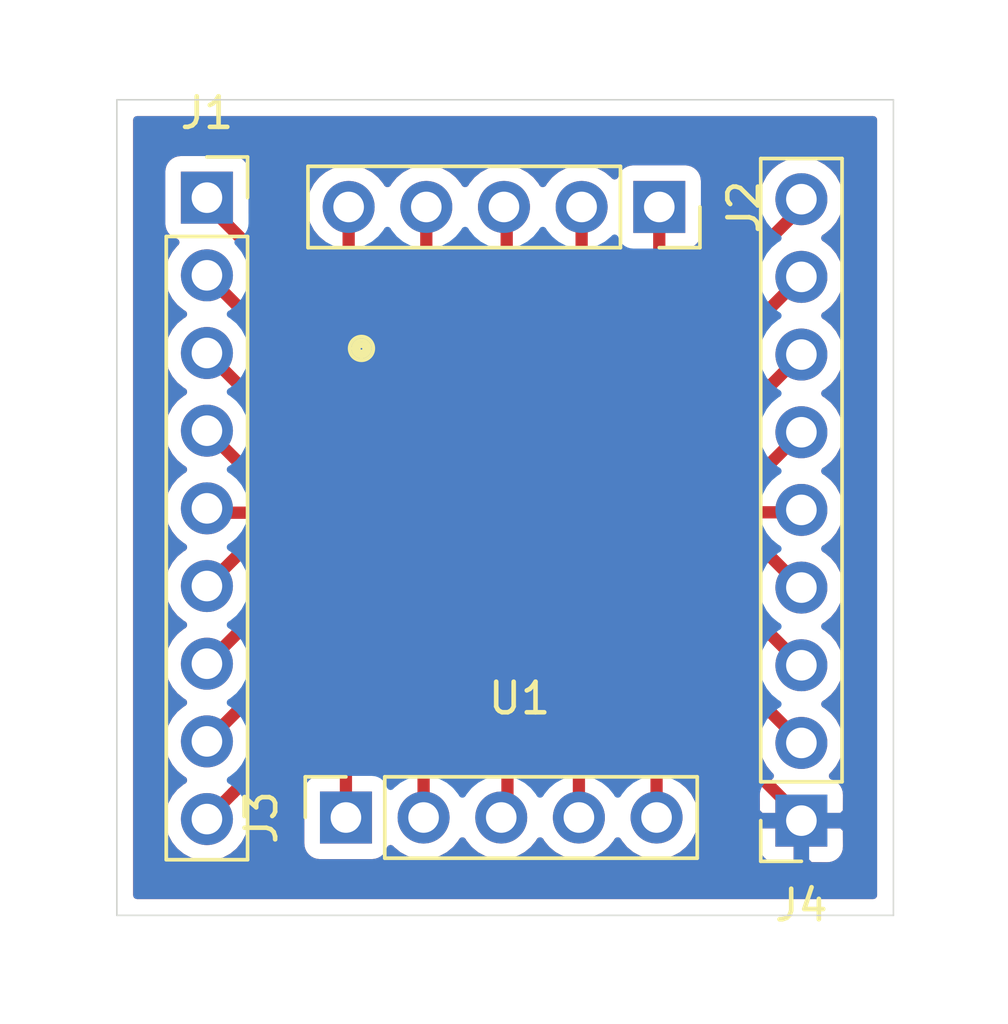
<source format=kicad_pcb>
(kicad_pcb (version 20171130) (host pcbnew "(5.1.2)-2")

  (general
    (thickness 1.6)
    (drawings 4)
    (tracks 68)
    (zones 0)
    (modules 5)
    (nets 29)
  )

  (page A4)
  (layers
    (0 F.Cu signal)
    (31 B.Cu signal)
    (32 B.Adhes user)
    (33 F.Adhes user)
    (34 B.Paste user)
    (35 F.Paste user)
    (36 B.SilkS user)
    (37 F.SilkS user)
    (38 B.Mask user)
    (39 F.Mask user)
    (40 Dwgs.User user)
    (41 Cmts.User user)
    (42 Eco1.User user)
    (43 Eco2.User user)
    (44 Edge.Cuts user)
    (45 Margin user)
    (46 B.CrtYd user)
    (47 F.CrtYd user)
    (48 B.Fab user)
    (49 F.Fab user)
  )

  (setup
    (last_trace_width 0.4)
    (user_trace_width 0.4)
    (trace_clearance 0.2)
    (zone_clearance 0.508)
    (zone_45_only no)
    (trace_min 0.2)
    (via_size 0.8)
    (via_drill 0.4)
    (via_min_size 0.4)
    (via_min_drill 0.3)
    (uvia_size 0.3)
    (uvia_drill 0.1)
    (uvias_allowed no)
    (uvia_min_size 0.2)
    (uvia_min_drill 0.1)
    (edge_width 0.05)
    (segment_width 0.2)
    (pcb_text_width 0.3)
    (pcb_text_size 1.5 1.5)
    (mod_edge_width 0.12)
    (mod_text_size 1 1)
    (mod_text_width 0.15)
    (pad_size 1.524 1.524)
    (pad_drill 0.762)
    (pad_to_mask_clearance 0.051)
    (solder_mask_min_width 0.25)
    (aux_axis_origin 0 0)
    (visible_elements FFFFFF7F)
    (pcbplotparams
      (layerselection 0x010fc_ffffffff)
      (usegerberextensions false)
      (usegerberattributes false)
      (usegerberadvancedattributes false)
      (creategerberjobfile false)
      (excludeedgelayer true)
      (linewidth 0.100000)
      (plotframeref false)
      (viasonmask false)
      (mode 1)
      (useauxorigin false)
      (hpglpennumber 1)
      (hpglpenspeed 20)
      (hpglpendiameter 15.000000)
      (psnegative false)
      (psa4output false)
      (plotreference true)
      (plotvalue true)
      (plotinvisibletext false)
      (padsonsilk false)
      (subtractmaskfromsilk false)
      (outputformat 1)
      (mirror false)
      (drillshape 1)
      (scaleselection 1)
      (outputdirectory ""))
  )

  (net 0 "")
  (net 1 "Net-(J1-Pad1)")
  (net 2 "Net-(J1-Pad2)")
  (net 3 "Net-(J1-Pad3)")
  (net 4 "Net-(J1-Pad4)")
  (net 5 "Net-(J1-Pad5)")
  (net 6 "Net-(J1-Pad6)")
  (net 7 "Net-(J1-Pad7)")
  (net 8 "Net-(J1-Pad8)")
  (net 9 "Net-(J1-Pad9)")
  (net 10 "Net-(J2-Pad1)")
  (net 11 "Net-(J2-Pad2)")
  (net 12 "Net-(J2-Pad3)")
  (net 13 "Net-(J2-Pad4)")
  (net 14 "Net-(J2-Pad5)")
  (net 15 "Net-(J3-Pad5)")
  (net 16 "Net-(J3-Pad4)")
  (net 17 "Net-(J3-Pad3)")
  (net 18 "Net-(J3-Pad2)")
  (net 19 "Net-(J3-Pad1)")
  (net 20 "Net-(J4-Pad9)")
  (net 21 "Net-(J4-Pad8)")
  (net 22 "Net-(J4-Pad7)")
  (net 23 "Net-(J4-Pad6)")
  (net 24 "Net-(J4-Pad5)")
  (net 25 "Net-(J4-Pad4)")
  (net 26 "Net-(J4-Pad3)")
  (net 27 "Net-(J4-Pad2)")
  (net 28 "Net-(J4-Pad1)")

  (net_class Default 这是默认网络类。
    (clearance 0.2)
    (trace_width 0.25)
    (via_dia 0.8)
    (via_drill 0.4)
    (uvia_dia 0.3)
    (uvia_drill 0.1)
    (add_net "Net-(J1-Pad1)")
    (add_net "Net-(J1-Pad2)")
    (add_net "Net-(J1-Pad3)")
    (add_net "Net-(J1-Pad4)")
    (add_net "Net-(J1-Pad5)")
    (add_net "Net-(J1-Pad6)")
    (add_net "Net-(J1-Pad7)")
    (add_net "Net-(J1-Pad8)")
    (add_net "Net-(J1-Pad9)")
    (add_net "Net-(J2-Pad1)")
    (add_net "Net-(J2-Pad2)")
    (add_net "Net-(J2-Pad3)")
    (add_net "Net-(J2-Pad4)")
    (add_net "Net-(J2-Pad5)")
    (add_net "Net-(J3-Pad1)")
    (add_net "Net-(J3-Pad2)")
    (add_net "Net-(J3-Pad3)")
    (add_net "Net-(J3-Pad4)")
    (add_net "Net-(J3-Pad5)")
    (add_net "Net-(J4-Pad1)")
    (add_net "Net-(J4-Pad2)")
    (add_net "Net-(J4-Pad3)")
    (add_net "Net-(J4-Pad4)")
    (add_net "Net-(J4-Pad5)")
    (add_net "Net-(J4-Pad6)")
    (add_net "Net-(J4-Pad7)")
    (add_net "Net-(J4-Pad8)")
    (add_net "Net-(J4-Pad9)")
  )

  (module Connector_PinSocket_2.54mm:PinSocket_1x09_P2.54mm_Vertical (layer F.Cu) (tedit 5A19A431) (tstamp 5D3AD38A)
    (at 160.4264 90.8304)
    (descr "Through hole straight socket strip, 1x09, 2.54mm pitch, single row (from Kicad 4.0.7), script generated")
    (tags "Through hole socket strip THT 1x09 2.54mm single row")
    (path /5D3AC9E9)
    (fp_text reference J1 (at 0 -2.77) (layer F.SilkS)
      (effects (font (size 1 1) (thickness 0.15)))
    )
    (fp_text value Conn_01x09_Male (at 0 23.09) (layer F.Fab)
      (effects (font (size 1 1) (thickness 0.15)))
    )
    (fp_line (start -1.27 -1.27) (end 0.635 -1.27) (layer F.Fab) (width 0.1))
    (fp_line (start 0.635 -1.27) (end 1.27 -0.635) (layer F.Fab) (width 0.1))
    (fp_line (start 1.27 -0.635) (end 1.27 21.59) (layer F.Fab) (width 0.1))
    (fp_line (start 1.27 21.59) (end -1.27 21.59) (layer F.Fab) (width 0.1))
    (fp_line (start -1.27 21.59) (end -1.27 -1.27) (layer F.Fab) (width 0.1))
    (fp_line (start -1.33 1.27) (end 1.33 1.27) (layer F.SilkS) (width 0.12))
    (fp_line (start -1.33 1.27) (end -1.33 21.65) (layer F.SilkS) (width 0.12))
    (fp_line (start -1.33 21.65) (end 1.33 21.65) (layer F.SilkS) (width 0.12))
    (fp_line (start 1.33 1.27) (end 1.33 21.65) (layer F.SilkS) (width 0.12))
    (fp_line (start 1.33 -1.33) (end 1.33 0) (layer F.SilkS) (width 0.12))
    (fp_line (start 0 -1.33) (end 1.33 -1.33) (layer F.SilkS) (width 0.12))
    (fp_line (start -1.8 -1.8) (end 1.75 -1.8) (layer F.CrtYd) (width 0.05))
    (fp_line (start 1.75 -1.8) (end 1.75 22.1) (layer F.CrtYd) (width 0.05))
    (fp_line (start 1.75 22.1) (end -1.8 22.1) (layer F.CrtYd) (width 0.05))
    (fp_line (start -1.8 22.1) (end -1.8 -1.8) (layer F.CrtYd) (width 0.05))
    (fp_text user %R (at 0 10.16 90) (layer F.Fab)
      (effects (font (size 1 1) (thickness 0.15)))
    )
    (pad 1 thru_hole rect (at 0 0) (size 1.7 1.7) (drill 1) (layers *.Cu *.Mask)
      (net 1 "Net-(J1-Pad1)"))
    (pad 2 thru_hole oval (at 0 2.54) (size 1.7 1.7) (drill 1) (layers *.Cu *.Mask)
      (net 2 "Net-(J1-Pad2)"))
    (pad 3 thru_hole oval (at 0 5.08) (size 1.7 1.7) (drill 1) (layers *.Cu *.Mask)
      (net 3 "Net-(J1-Pad3)"))
    (pad 4 thru_hole oval (at 0 7.62) (size 1.7 1.7) (drill 1) (layers *.Cu *.Mask)
      (net 4 "Net-(J1-Pad4)"))
    (pad 5 thru_hole oval (at 0 10.16) (size 1.7 1.7) (drill 1) (layers *.Cu *.Mask)
      (net 5 "Net-(J1-Pad5)"))
    (pad 6 thru_hole oval (at 0 12.7) (size 1.7 1.7) (drill 1) (layers *.Cu *.Mask)
      (net 6 "Net-(J1-Pad6)"))
    (pad 7 thru_hole oval (at 0 15.24) (size 1.7 1.7) (drill 1) (layers *.Cu *.Mask)
      (net 7 "Net-(J1-Pad7)"))
    (pad 8 thru_hole oval (at 0 17.78) (size 1.7 1.7) (drill 1) (layers *.Cu *.Mask)
      (net 8 "Net-(J1-Pad8)"))
    (pad 9 thru_hole oval (at 0 20.32) (size 1.7 1.7) (drill 1) (layers *.Cu *.Mask)
      (net 9 "Net-(J1-Pad9)"))
    (model ${KISYS3DMOD}/Connector_PinSocket_2.54mm.3dshapes/PinSocket_1x09_P2.54mm_Vertical.wrl
      (at (xyz 0 0 0))
      (scale (xyz 1 1 1))
      (rotate (xyz 0 0 0))
    )
  )

  (module Connector_PinSocket_2.54mm:PinSocket_1x05_P2.54mm_Vertical (layer F.Cu) (tedit 5A19A420) (tstamp 5D3AD3A3)
    (at 175.2219 91.1352 270)
    (descr "Through hole straight socket strip, 1x05, 2.54mm pitch, single row (from Kicad 4.0.7), script generated")
    (tags "Through hole socket strip THT 1x05 2.54mm single row")
    (path /5D3B1116)
    (fp_text reference J2 (at 0 -2.77 90) (layer F.SilkS)
      (effects (font (size 1 1) (thickness 0.15)))
    )
    (fp_text value Conn_01x05_Male (at 0 12.93 90) (layer F.Fab)
      (effects (font (size 1 1) (thickness 0.15)))
    )
    (fp_line (start -1.27 -1.27) (end 0.635 -1.27) (layer F.Fab) (width 0.1))
    (fp_line (start 0.635 -1.27) (end 1.27 -0.635) (layer F.Fab) (width 0.1))
    (fp_line (start 1.27 -0.635) (end 1.27 11.43) (layer F.Fab) (width 0.1))
    (fp_line (start 1.27 11.43) (end -1.27 11.43) (layer F.Fab) (width 0.1))
    (fp_line (start -1.27 11.43) (end -1.27 -1.27) (layer F.Fab) (width 0.1))
    (fp_line (start -1.33 1.27) (end 1.33 1.27) (layer F.SilkS) (width 0.12))
    (fp_line (start -1.33 1.27) (end -1.33 11.49) (layer F.SilkS) (width 0.12))
    (fp_line (start -1.33 11.49) (end 1.33 11.49) (layer F.SilkS) (width 0.12))
    (fp_line (start 1.33 1.27) (end 1.33 11.49) (layer F.SilkS) (width 0.12))
    (fp_line (start 1.33 -1.33) (end 1.33 0) (layer F.SilkS) (width 0.12))
    (fp_line (start 0 -1.33) (end 1.33 -1.33) (layer F.SilkS) (width 0.12))
    (fp_line (start -1.8 -1.8) (end 1.75 -1.8) (layer F.CrtYd) (width 0.05))
    (fp_line (start 1.75 -1.8) (end 1.75 11.9) (layer F.CrtYd) (width 0.05))
    (fp_line (start 1.75 11.9) (end -1.8 11.9) (layer F.CrtYd) (width 0.05))
    (fp_line (start -1.8 11.9) (end -1.8 -1.8) (layer F.CrtYd) (width 0.05))
    (fp_text user %R (at 0 5.08) (layer F.Fab)
      (effects (font (size 1 1) (thickness 0.15)))
    )
    (pad 1 thru_hole rect (at 0 0 270) (size 1.7 1.7) (drill 1) (layers *.Cu *.Mask)
      (net 10 "Net-(J2-Pad1)"))
    (pad 2 thru_hole oval (at 0 2.54 270) (size 1.7 1.7) (drill 1) (layers *.Cu *.Mask)
      (net 11 "Net-(J2-Pad2)"))
    (pad 3 thru_hole oval (at 0 5.08 270) (size 1.7 1.7) (drill 1) (layers *.Cu *.Mask)
      (net 12 "Net-(J2-Pad3)"))
    (pad 4 thru_hole oval (at 0 7.62 270) (size 1.7 1.7) (drill 1) (layers *.Cu *.Mask)
      (net 13 "Net-(J2-Pad4)"))
    (pad 5 thru_hole oval (at 0 10.16 270) (size 1.7 1.7) (drill 1) (layers *.Cu *.Mask)
      (net 14 "Net-(J2-Pad5)"))
    (model ${KISYS3DMOD}/Connector_PinSocket_2.54mm.3dshapes/PinSocket_1x05_P2.54mm_Vertical.wrl
      (at (xyz 0 0 0))
      (scale (xyz 1 1 1))
      (rotate (xyz 0 0 0))
    )
  )

  (module Connector_PinSocket_2.54mm:PinSocket_1x05_P2.54mm_Vertical (layer F.Cu) (tedit 5A19A420) (tstamp 5D3AD717)
    (at 164.973 111.0996 90)
    (descr "Through hole straight socket strip, 1x05, 2.54mm pitch, single row (from Kicad 4.0.7), script generated")
    (tags "Through hole socket strip THT 1x05 2.54mm single row")
    (path /5D3B393E)
    (fp_text reference J3 (at 0 -2.77 90) (layer F.SilkS)
      (effects (font (size 1 1) (thickness 0.15)))
    )
    (fp_text value Conn_01x05_Male (at 0 12.93 90) (layer F.Fab)
      (effects (font (size 1 1) (thickness 0.15)))
    )
    (fp_text user %R (at 0 5.08) (layer F.Fab)
      (effects (font (size 1 1) (thickness 0.15)))
    )
    (fp_line (start -1.8 11.9) (end -1.8 -1.8) (layer F.CrtYd) (width 0.05))
    (fp_line (start 1.75 11.9) (end -1.8 11.9) (layer F.CrtYd) (width 0.05))
    (fp_line (start 1.75 -1.8) (end 1.75 11.9) (layer F.CrtYd) (width 0.05))
    (fp_line (start -1.8 -1.8) (end 1.75 -1.8) (layer F.CrtYd) (width 0.05))
    (fp_line (start 0 -1.33) (end 1.33 -1.33) (layer F.SilkS) (width 0.12))
    (fp_line (start 1.33 -1.33) (end 1.33 0) (layer F.SilkS) (width 0.12))
    (fp_line (start 1.33 1.27) (end 1.33 11.49) (layer F.SilkS) (width 0.12))
    (fp_line (start -1.33 11.49) (end 1.33 11.49) (layer F.SilkS) (width 0.12))
    (fp_line (start -1.33 1.27) (end -1.33 11.49) (layer F.SilkS) (width 0.12))
    (fp_line (start -1.33 1.27) (end 1.33 1.27) (layer F.SilkS) (width 0.12))
    (fp_line (start -1.27 11.43) (end -1.27 -1.27) (layer F.Fab) (width 0.1))
    (fp_line (start 1.27 11.43) (end -1.27 11.43) (layer F.Fab) (width 0.1))
    (fp_line (start 1.27 -0.635) (end 1.27 11.43) (layer F.Fab) (width 0.1))
    (fp_line (start 0.635 -1.27) (end 1.27 -0.635) (layer F.Fab) (width 0.1))
    (fp_line (start -1.27 -1.27) (end 0.635 -1.27) (layer F.Fab) (width 0.1))
    (pad 5 thru_hole oval (at 0 10.16 90) (size 1.7 1.7) (drill 1) (layers *.Cu *.Mask)
      (net 15 "Net-(J3-Pad5)"))
    (pad 4 thru_hole oval (at 0 7.62 90) (size 1.7 1.7) (drill 1) (layers *.Cu *.Mask)
      (net 16 "Net-(J3-Pad4)"))
    (pad 3 thru_hole oval (at 0 5.08 90) (size 1.7 1.7) (drill 1) (layers *.Cu *.Mask)
      (net 17 "Net-(J3-Pad3)"))
    (pad 2 thru_hole oval (at 0 2.54 90) (size 1.7 1.7) (drill 1) (layers *.Cu *.Mask)
      (net 18 "Net-(J3-Pad2)"))
    (pad 1 thru_hole rect (at 0 0 90) (size 1.7 1.7) (drill 1) (layers *.Cu *.Mask)
      (net 19 "Net-(J3-Pad1)"))
    (model ${KISYS3DMOD}/Connector_PinSocket_2.54mm.3dshapes/PinSocket_1x05_P2.54mm_Vertical.wrl
      (at (xyz 0 0 0))
      (scale (xyz 1 1 1))
      (rotate (xyz 0 0 0))
    )
  )

  (module Connector_PinSocket_2.54mm:PinSocket_1x09_P2.54mm_Vertical (layer F.Cu) (tedit 5A19A431) (tstamp 5D3AD94E)
    (at 179.8701 111.2012 180)
    (descr "Through hole straight socket strip, 1x09, 2.54mm pitch, single row (from Kicad 4.0.7), script generated")
    (tags "Through hole socket strip THT 1x09 2.54mm single row")
    (path /5D3ACBC1)
    (fp_text reference J4 (at 0 -2.77) (layer F.SilkS)
      (effects (font (size 1 1) (thickness 0.15)))
    )
    (fp_text value Conn_01x09_Male (at 0 23.09) (layer F.Fab)
      (effects (font (size 1 1) (thickness 0.15)))
    )
    (fp_text user %R (at 0 10.16 90) (layer F.Fab)
      (effects (font (size 1 1) (thickness 0.15)))
    )
    (fp_line (start -1.8 22.1) (end -1.8 -1.8) (layer F.CrtYd) (width 0.05))
    (fp_line (start 1.75 22.1) (end -1.8 22.1) (layer F.CrtYd) (width 0.05))
    (fp_line (start 1.75 -1.8) (end 1.75 22.1) (layer F.CrtYd) (width 0.05))
    (fp_line (start -1.8 -1.8) (end 1.75 -1.8) (layer F.CrtYd) (width 0.05))
    (fp_line (start 0 -1.33) (end 1.33 -1.33) (layer F.SilkS) (width 0.12))
    (fp_line (start 1.33 -1.33) (end 1.33 0) (layer F.SilkS) (width 0.12))
    (fp_line (start 1.33 1.27) (end 1.33 21.65) (layer F.SilkS) (width 0.12))
    (fp_line (start -1.33 21.65) (end 1.33 21.65) (layer F.SilkS) (width 0.12))
    (fp_line (start -1.33 1.27) (end -1.33 21.65) (layer F.SilkS) (width 0.12))
    (fp_line (start -1.33 1.27) (end 1.33 1.27) (layer F.SilkS) (width 0.12))
    (fp_line (start -1.27 21.59) (end -1.27 -1.27) (layer F.Fab) (width 0.1))
    (fp_line (start 1.27 21.59) (end -1.27 21.59) (layer F.Fab) (width 0.1))
    (fp_line (start 1.27 -0.635) (end 1.27 21.59) (layer F.Fab) (width 0.1))
    (fp_line (start 0.635 -1.27) (end 1.27 -0.635) (layer F.Fab) (width 0.1))
    (fp_line (start -1.27 -1.27) (end 0.635 -1.27) (layer F.Fab) (width 0.1))
    (pad 9 thru_hole oval (at 0 20.32 180) (size 1.7 1.7) (drill 1) (layers *.Cu *.Mask)
      (net 20 "Net-(J4-Pad9)"))
    (pad 8 thru_hole oval (at 0 17.78 180) (size 1.7 1.7) (drill 1) (layers *.Cu *.Mask)
      (net 21 "Net-(J4-Pad8)"))
    (pad 7 thru_hole oval (at 0 15.24 180) (size 1.7 1.7) (drill 1) (layers *.Cu *.Mask)
      (net 22 "Net-(J4-Pad7)"))
    (pad 6 thru_hole oval (at 0 12.7 180) (size 1.7 1.7) (drill 1) (layers *.Cu *.Mask)
      (net 23 "Net-(J4-Pad6)"))
    (pad 5 thru_hole oval (at 0 10.16 180) (size 1.7 1.7) (drill 1) (layers *.Cu *.Mask)
      (net 24 "Net-(J4-Pad5)"))
    (pad 4 thru_hole oval (at 0 7.62 180) (size 1.7 1.7) (drill 1) (layers *.Cu *.Mask)
      (net 25 "Net-(J4-Pad4)"))
    (pad 3 thru_hole oval (at 0 5.08 180) (size 1.7 1.7) (drill 1) (layers *.Cu *.Mask)
      (net 26 "Net-(J4-Pad3)"))
    (pad 2 thru_hole oval (at 0 2.54 180) (size 1.7 1.7) (drill 1) (layers *.Cu *.Mask)
      (net 27 "Net-(J4-Pad2)"))
    (pad 1 thru_hole rect (at 0 0 180) (size 1.7 1.7) (drill 1) (layers *.Cu *.Mask)
      (net 28 "Net-(J4-Pad1)"))
    (model ${KISYS3DMOD}/Connector_PinSocket_2.54mm.3dshapes/PinSocket_1x09_P2.54mm_Vertical.wrl
      (at (xyz 0 0 0))
      (scale (xyz 1 1 1))
      (rotate (xyz 0 0 0))
    )
  )

  (module Package_SO:Altera_MAX10 (layer F.Cu) (tedit 5D3A5FE7) (tstamp 5D3AD402)
    (at 171.043891 104.307691)
    (path /5D3ABCF2)
    (fp_text reference U1 (at -0.3937 2.8956) (layer F.SilkS)
      (effects (font (size 1 1) (thickness 0.15)))
    )
    (fp_text value Altera_MAX10 (at -0.127 5.08) (layer F.Fab)
      (effects (font (size 1 1) (thickness 0.15)))
    )
    (fp_line (start -4.826 -7.874) (end -4.826 1.524) (layer F.Fab) (width 0.12))
    (fp_line (start -4.826 1.524) (end 3.175 1.524) (layer F.Fab) (width 0.12))
    (fp_line (start 3.175 1.524) (end 3.175 -7.874) (layer F.Fab) (width 0.12))
    (fp_line (start 3.175 -7.874) (end -4.826 -7.874) (layer F.Fab) (width 0.12))
    (fp_circle (center -5.5626 -8.5344) (end -5.5372 -8.4836) (layer F.SilkS) (width 0.12))
    (fp_circle (center -5.5626 -8.5344) (end -5.4483 -8.4074) (layer F.SilkS) (width 0.12))
    (fp_circle (center -5.5626 -8.5344) (end -5.5499 -8.5598) (layer F.SilkS) (width 0.12))
    (fp_circle (center -5.5626 -8.5471) (end -5.3848 -8.3439) (layer F.SilkS) (width 0.12))
    (fp_circle (center -5.5626 -8.5471) (end -5.2705 -8.2931) (layer F.SilkS) (width 0.12))
    (pad 9 smd rect (at -4.3053 0.8636) (size 1.15 0.7) (layers F.Cu F.Paste F.Mask)
      (net 9 "Net-(J1-Pad9)"))
    (pad 8 smd rect (at -4.3053 -0.1524) (size 1.15 0.7) (layers F.Cu F.Paste F.Mask)
      (net 8 "Net-(J1-Pad8)"))
    (pad 7 smd rect (at -4.3053 -1.1684) (size 1.15 0.7) (layers F.Cu F.Paste F.Mask)
      (net 7 "Net-(J1-Pad7)"))
    (pad 6 smd rect (at -4.318 -2.1717) (size 1.15 0.7) (layers F.Cu F.Paste F.Mask)
      (net 6 "Net-(J1-Pad6)"))
    (pad 5 smd rect (at -4.318 -3.175) (size 1.15 0.7) (layers F.Cu F.Paste F.Mask)
      (net 5 "Net-(J1-Pad5)"))
    (pad 4 smd rect (at -4.318 -4.191) (size 1.15 0.7) (layers F.Cu F.Paste F.Mask)
      (net 4 "Net-(J1-Pad4)"))
    (pad 3 smd rect (at -4.3053 -5.1943) (size 1.15 0.7) (layers F.Cu F.Paste F.Mask)
      (net 3 "Net-(J1-Pad3)"))
    (pad 2 smd rect (at -4.3053 -6.1849) (size 1.15 0.7) (layers F.Cu F.Paste F.Mask)
      (net 2 "Net-(J1-Pad2)"))
    (pad 1 smd rect (at -4.318 -7.1882) (size 1.15 0.7) (layers F.Cu F.Paste F.Mask)
      (net 1 "Net-(J1-Pad1)"))
    (pad 23 smd rect (at 2.6416 -7.2009) (size 1.15 0.7) (layers F.Cu F.Paste F.Mask)
      (net 20 "Net-(J4-Pad9)"))
    (pad 16 smd rect (at 2.6543 -0.1651) (size 1.15 0.7) (layers F.Cu F.Paste F.Mask)
      (net 27 "Net-(J4-Pad2)"))
    (pad 21 smd rect (at 2.6543 -5.207) (size 1.15 0.7) (layers F.Cu F.Paste F.Mask)
      (net 22 "Net-(J4-Pad7)"))
    (pad 22 smd rect (at 2.6543 -6.1976) (size 1.15 0.7) (layers F.Cu F.Paste F.Mask)
      (net 21 "Net-(J4-Pad8)"))
    (pad 20 smd rect (at 2.6416 -4.2037) (size 1.15 0.7) (layers F.Cu F.Paste F.Mask)
      (net 23 "Net-(J4-Pad6)"))
    (pad 19 smd rect (at 2.6416 -3.1877) (size 1.15 0.7) (layers F.Cu F.Paste F.Mask)
      (net 24 "Net-(J4-Pad5)"))
    (pad 18 smd rect (at 2.6416 -2.1844) (size 1.15 0.7) (layers F.Cu F.Paste F.Mask)
      (net 25 "Net-(J4-Pad4)"))
    (pad 17 smd rect (at 2.6543 -1.1811) (size 1.15 0.7) (layers F.Cu F.Paste F.Mask)
      (net 26 "Net-(J4-Pad3)"))
    (pad 15 smd rect (at 2.6543 0.8509) (size 1.15 0.7) (layers F.Cu F.Paste F.Mask)
      (net 28 "Net-(J4-Pad1)"))
    (pad 28 smd rect (at -2.8194 -7.366 90) (size 1.15 0.7) (layers F.Cu F.Paste F.Mask)
      (net 14 "Net-(J2-Pad5)"))
    (pad 27 smd rect (at -1.8034 -7.366 90) (size 1.15 0.7) (layers F.Cu F.Paste F.Mask)
      (net 13 "Net-(J2-Pad4)"))
    (pad 26 smd rect (at -0.8128 -7.366 90) (size 1.15 0.7) (layers F.Cu F.Paste F.Mask)
      (net 12 "Net-(J2-Pad3)"))
    (pad 25 smd rect (at 0.1778 -7.366 90) (size 1.15 0.7) (layers F.Cu F.Paste F.Mask)
      (net 11 "Net-(J2-Pad2)"))
    (pad 24 smd rect (at 1.1938 -7.366 90) (size 1.15 0.7) (layers F.Cu F.Paste F.Mask)
      (net 10 "Net-(J2-Pad1)"))
    (pad 10 smd rect (at -2.794 1.0033 90) (size 1.15 0.7) (layers F.Cu F.Paste F.Mask)
      (net 19 "Net-(J3-Pad1)"))
    (pad 12 smd rect (at -0.7874 1.0033 90) (size 1.15 0.7) (layers F.Cu F.Paste F.Mask)
      (net 17 "Net-(J3-Pad3)"))
    (pad 11 smd rect (at -1.778 1.0033 90) (size 1.15 0.7) (layers F.Cu F.Paste F.Mask)
      (net 18 "Net-(J3-Pad2)"))
    (pad 14 smd rect (at 1.2192 1.0033 90) (size 1.15 0.7) (layers F.Cu F.Paste F.Mask)
      (net 15 "Net-(J3-Pad5)"))
    (pad 13 smd rect (at 0.2032 1.0033 90) (size 1.15 0.7) (layers F.Cu F.Paste F.Mask)
      (net 16 "Net-(J3-Pad4)"))
  )

  (gr_line (start 182.88 87.63) (end 157.48 87.63) (layer Edge.Cuts) (width 0.05) (tstamp 5D3ADA22))
  (gr_line (start 182.88 114.3) (end 182.88 87.63) (layer Edge.Cuts) (width 0.05))
  (gr_line (start 157.48 114.3) (end 182.88 114.3) (layer Edge.Cuts) (width 0.05))
  (gr_line (start 157.48 87.63) (end 157.48 114.3) (layer Edge.Cuts) (width 0.05))

  (segment (start 160.4264 91.045) (end 160.4264 90.8304) (width 0.4) (layer F.Cu) (net 1))
  (segment (start 166.500891 97.119491) (end 160.4264 91.045) (width 0.4) (layer F.Cu) (net 1))
  (segment (start 166.725891 97.119491) (end 166.500891 97.119491) (width 0.4) (layer F.Cu) (net 1))
  (segment (start 165.178791 98.122791) (end 160.4264 93.3704) (width 0.4) (layer F.Cu) (net 2))
  (segment (start 166.738591 98.122791) (end 165.178791 98.122791) (width 0.4) (layer F.Cu) (net 2))
  (segment (start 163.629391 99.113391) (end 160.4264 95.9104) (width 0.4) (layer F.Cu) (net 3))
  (segment (start 166.738591 99.113391) (end 163.629391 99.113391) (width 0.4) (layer F.Cu) (net 3))
  (segment (start 162.092691 100.116691) (end 160.4264 98.4504) (width 0.4) (layer F.Cu) (net 4))
  (segment (start 166.725891 100.116691) (end 162.092691 100.116691) (width 0.4) (layer F.Cu) (net 4))
  (segment (start 160.568691 101.132691) (end 160.4264 100.9904) (width 0.4) (layer F.Cu) (net 5))
  (segment (start 166.725891 101.132691) (end 160.568691 101.132691) (width 0.4) (layer F.Cu) (net 5))
  (segment (start 161.820809 102.135991) (end 160.4264 103.5304) (width 0.4) (layer F.Cu) (net 6))
  (segment (start 166.725891 102.135991) (end 161.820809 102.135991) (width 0.4) (layer F.Cu) (net 6))
  (segment (start 163.357509 103.139291) (end 160.4264 106.0704) (width 0.4) (layer F.Cu) (net 7))
  (segment (start 166.738591 103.139291) (end 163.357509 103.139291) (width 0.4) (layer F.Cu) (net 7))
  (segment (start 164.881509 104.155291) (end 160.4264 108.6104) (width 0.4) (layer F.Cu) (net 8))
  (segment (start 166.738591 104.155291) (end 164.881509 104.155291) (width 0.4) (layer F.Cu) (net 8))
  (segment (start 161.276399 110.300401) (end 160.4264 111.1504) (width 0.4) (layer F.Cu) (net 9))
  (segment (start 166.405509 105.171291) (end 161.276399 110.300401) (width 0.4) (layer F.Cu) (net 9))
  (segment (start 166.738591 105.171291) (end 166.405509 105.171291) (width 0.4) (layer F.Cu) (net 9))
  (segment (start 175.2219 93.732482) (end 175.2219 91.1352) (width 0.4) (layer F.Cu) (net 10))
  (segment (start 172.237691 96.941691) (end 172.237691 96.716691) (width 0.4) (layer F.Cu) (net 10))
  (segment (start 172.237691 96.716691) (end 175.2219 93.732482) (width 0.4) (layer F.Cu) (net 10))
  (segment (start 172.6819 94.506482) (end 172.6819 91.1352) (width 0.4) (layer F.Cu) (net 11))
  (segment (start 171.221691 96.941691) (end 171.221691 95.966691) (width 0.4) (layer F.Cu) (net 11))
  (segment (start 171.221691 95.966691) (end 172.6819 94.506482) (width 0.4) (layer F.Cu) (net 11))
  (segment (start 170.231091 91.224391) (end 170.1419 91.1352) (width 0.4) (layer F.Cu) (net 12))
  (segment (start 170.231091 96.941691) (end 170.231091 91.224391) (width 0.4) (layer F.Cu) (net 12))
  (segment (start 167.6019 94.3281) (end 167.6019 91.1352) (width 0.4) (layer F.Cu) (net 13))
  (segment (start 169.240491 96.941691) (end 169.240491 95.966691) (width 0.4) (layer F.Cu) (net 13))
  (segment (start 169.240491 95.966691) (end 167.6019 94.3281) (width 0.4) (layer F.Cu) (net 13))
  (segment (start 165.0619 93.5541) (end 165.0619 91.1352) (width 0.4) (layer F.Cu) (net 14))
  (segment (start 168.224491 96.941691) (end 168.224491 96.716691) (width 0.4) (layer F.Cu) (net 14))
  (segment (start 168.224491 96.716691) (end 165.0619 93.5541) (width 0.4) (layer F.Cu) (net 14))
  (segment (start 175.133 108.4059) (end 175.133 111.0996) (width 0.4) (layer F.Cu) (net 15))
  (segment (start 172.263091 105.310991) (end 172.263091 105.535991) (width 0.4) (layer F.Cu) (net 15))
  (segment (start 172.263091 105.535991) (end 175.133 108.4059) (width 0.4) (layer F.Cu) (net 15))
  (segment (start 172.593 107.6319) (end 172.593 111.0996) (width 0.4) (layer F.Cu) (net 16))
  (segment (start 171.247091 105.310991) (end 171.247091 106.285991) (width 0.4) (layer F.Cu) (net 16))
  (segment (start 171.247091 106.285991) (end 172.593 107.6319) (width 0.4) (layer F.Cu) (net 16))
  (segment (start 170.256491 110.896109) (end 170.053 111.0996) (width 0.4) (layer F.Cu) (net 17))
  (segment (start 170.256491 105.310991) (end 170.256491 110.896109) (width 0.4) (layer F.Cu) (net 17))
  (segment (start 167.513 108.038882) (end 167.513 111.0996) (width 0.4) (layer F.Cu) (net 18))
  (segment (start 169.265891 105.310991) (end 169.265891 106.285991) (width 0.4) (layer F.Cu) (net 18))
  (segment (start 169.265891 106.285991) (end 167.513 108.038882) (width 0.4) (layer F.Cu) (net 18))
  (segment (start 164.973 108.812882) (end 164.973 111.0996) (width 0.4) (layer F.Cu) (net 19))
  (segment (start 168.249891 105.310991) (end 168.249891 105.535991) (width 0.4) (layer F.Cu) (net 19))
  (segment (start 168.249891 105.535991) (end 164.973 108.812882) (width 0.4) (layer F.Cu) (net 19))
  (segment (start 179.8701 91.147182) (end 179.8701 90.8812) (width 0.4) (layer F.Cu) (net 20))
  (segment (start 173.910491 97.106791) (end 179.8701 91.147182) (width 0.4) (layer F.Cu) (net 20))
  (segment (start 173.685491 97.106791) (end 173.910491 97.106791) (width 0.4) (layer F.Cu) (net 20))
  (segment (start 175.181209 98.110091) (end 179.8701 93.4212) (width 0.4) (layer F.Cu) (net 21))
  (segment (start 173.698191 98.110091) (end 175.181209 98.110091) (width 0.4) (layer F.Cu) (net 21))
  (segment (start 176.730609 99.100691) (end 179.8701 95.9612) (width 0.4) (layer F.Cu) (net 22))
  (segment (start 173.698191 99.100691) (end 176.730609 99.100691) (width 0.4) (layer F.Cu) (net 22))
  (segment (start 178.267309 100.103991) (end 179.8701 98.5012) (width 0.4) (layer F.Cu) (net 23))
  (segment (start 173.685491 100.103991) (end 178.267309 100.103991) (width 0.4) (layer F.Cu) (net 23))
  (segment (start 179.791309 101.119991) (end 179.8701 101.0412) (width 0.4) (layer F.Cu) (net 24))
  (segment (start 173.685491 101.119991) (end 179.791309 101.119991) (width 0.4) (layer F.Cu) (net 24))
  (segment (start 178.412191 102.123291) (end 179.8701 103.5812) (width 0.4) (layer F.Cu) (net 25))
  (segment (start 173.685491 102.123291) (end 178.412191 102.123291) (width 0.4) (layer F.Cu) (net 25))
  (segment (start 176.875491 103.126591) (end 179.8701 106.1212) (width 0.4) (layer F.Cu) (net 26))
  (segment (start 173.698191 103.126591) (end 176.875491 103.126591) (width 0.4) (layer F.Cu) (net 26))
  (segment (start 175.351491 104.142591) (end 179.8701 108.6612) (width 0.4) (layer F.Cu) (net 27))
  (segment (start 173.698191 104.142591) (end 175.351491 104.142591) (width 0.4) (layer F.Cu) (net 27))
  (segment (start 179.8701 111.1055) (end 179.8701 111.2012) (width 0.4) (layer F.Cu) (net 28))
  (segment (start 173.923191 105.158591) (end 179.8701 111.1055) (width 0.4) (layer F.Cu) (net 28))
  (segment (start 173.698191 105.158591) (end 173.923191 105.158591) (width 0.4) (layer F.Cu) (net 28))

  (zone (net 28) (net_name "Net-(J4-Pad1)") (layer F.Cu) (tstamp 0) (hatch edge 0.508)
    (connect_pads (clearance 0.508))
    (min_thickness 0.254)
    (fill yes (arc_segments 32) (thermal_gap 0.508) (thermal_bridge_width 0.508))
    (polygon
      (pts
        (xy 157.48 87.63) (xy 157.48 114.3) (xy 182.88 114.3) (xy 182.88 87.63)
      )
    )
    (filled_polygon
      (pts
        (xy 182.22 113.64) (xy 158.14 113.64) (xy 158.14 93.3704) (xy 158.934215 93.3704) (xy 158.962887 93.661511)
        (xy 159.047801 93.941434) (xy 159.185694 94.199414) (xy 159.371266 94.425534) (xy 159.597386 94.611106) (xy 159.652191 94.6404)
        (xy 159.597386 94.669694) (xy 159.371266 94.855266) (xy 159.185694 95.081386) (xy 159.047801 95.339366) (xy 158.962887 95.619289)
        (xy 158.934215 95.9104) (xy 158.962887 96.201511) (xy 159.047801 96.481434) (xy 159.185694 96.739414) (xy 159.371266 96.965534)
        (xy 159.597386 97.151106) (xy 159.652191 97.1804) (xy 159.597386 97.209694) (xy 159.371266 97.395266) (xy 159.185694 97.621386)
        (xy 159.047801 97.879366) (xy 158.962887 98.159289) (xy 158.934215 98.4504) (xy 158.962887 98.741511) (xy 159.047801 99.021434)
        (xy 159.185694 99.279414) (xy 159.371266 99.505534) (xy 159.597386 99.691106) (xy 159.652191 99.7204) (xy 159.597386 99.749694)
        (xy 159.371266 99.935266) (xy 159.185694 100.161386) (xy 159.047801 100.419366) (xy 158.962887 100.699289) (xy 158.934215 100.9904)
        (xy 158.962887 101.281511) (xy 159.047801 101.561434) (xy 159.185694 101.819414) (xy 159.371266 102.045534) (xy 159.597386 102.231106)
        (xy 159.652191 102.2604) (xy 159.597386 102.289694) (xy 159.371266 102.475266) (xy 159.185694 102.701386) (xy 159.047801 102.959366)
        (xy 158.962887 103.239289) (xy 158.934215 103.5304) (xy 158.962887 103.821511) (xy 159.047801 104.101434) (xy 159.185694 104.359414)
        (xy 159.371266 104.585534) (xy 159.597386 104.771106) (xy 159.652191 104.8004) (xy 159.597386 104.829694) (xy 159.371266 105.015266)
        (xy 159.185694 105.241386) (xy 159.047801 105.499366) (xy 158.962887 105.779289) (xy 158.934215 106.0704) (xy 158.962887 106.361511)
        (xy 159.047801 106.641434) (xy 159.185694 106.899414) (xy 159.371266 107.125534) (xy 159.597386 107.311106) (xy 159.652191 107.3404)
        (xy 159.597386 107.369694) (xy 159.371266 107.555266) (xy 159.185694 107.781386) (xy 159.047801 108.039366) (xy 158.962887 108.319289)
        (xy 158.934215 108.6104) (xy 158.962887 108.901511) (xy 159.047801 109.181434) (xy 159.185694 109.439414) (xy 159.371266 109.665534)
        (xy 159.597386 109.851106) (xy 159.652191 109.8804) (xy 159.597386 109.909694) (xy 159.371266 110.095266) (xy 159.185694 110.321386)
        (xy 159.047801 110.579366) (xy 158.962887 110.859289) (xy 158.934215 111.1504) (xy 158.962887 111.441511) (xy 159.047801 111.721434)
        (xy 159.185694 111.979414) (xy 159.371266 112.205534) (xy 159.597386 112.391106) (xy 159.855366 112.528999) (xy 160.135289 112.613913)
        (xy 160.35345 112.6354) (xy 160.49935 112.6354) (xy 160.717511 112.613913) (xy 160.997434 112.528999) (xy 161.255414 112.391106)
        (xy 161.481534 112.205534) (xy 161.667106 111.979414) (xy 161.804999 111.721434) (xy 161.889913 111.441511) (xy 161.918585 111.1504)
        (xy 161.890672 110.866996) (xy 161.895837 110.861831) (xy 161.895841 110.861826) (xy 164.1682 108.589468) (xy 164.150082 108.649194)
        (xy 164.13396 108.812882) (xy 164.138 108.853901) (xy 164.138 109.611528) (xy 164.123 109.611528) (xy 163.998518 109.623788)
        (xy 163.87882 109.660098) (xy 163.768506 109.719063) (xy 163.671815 109.798415) (xy 163.592463 109.895106) (xy 163.533498 110.00542)
        (xy 163.497188 110.125118) (xy 163.484928 110.2496) (xy 163.484928 111.9496) (xy 163.497188 112.074082) (xy 163.533498 112.19378)
        (xy 163.592463 112.304094) (xy 163.671815 112.400785) (xy 163.768506 112.480137) (xy 163.87882 112.539102) (xy 163.998518 112.575412)
        (xy 164.123 112.587672) (xy 165.823 112.587672) (xy 165.947482 112.575412) (xy 166.06718 112.539102) (xy 166.177494 112.480137)
        (xy 166.274185 112.400785) (xy 166.353537 112.304094) (xy 166.412502 112.19378) (xy 166.433393 112.124913) (xy 166.457866 112.154734)
        (xy 166.683986 112.340306) (xy 166.941966 112.478199) (xy 167.221889 112.563113) (xy 167.44005 112.5846) (xy 167.58595 112.5846)
        (xy 167.804111 112.563113) (xy 168.084034 112.478199) (xy 168.342014 112.340306) (xy 168.568134 112.154734) (xy 168.753706 111.928614)
        (xy 168.783 111.873809) (xy 168.812294 111.928614) (xy 168.997866 112.154734) (xy 169.223986 112.340306) (xy 169.481966 112.478199)
        (xy 169.761889 112.563113) (xy 169.98005 112.5846) (xy 170.12595 112.5846) (xy 170.344111 112.563113) (xy 170.624034 112.478199)
        (xy 170.882014 112.340306) (xy 171.108134 112.154734) (xy 171.293706 111.928614) (xy 171.323 111.873809) (xy 171.352294 111.928614)
        (xy 171.537866 112.154734) (xy 171.763986 112.340306) (xy 172.021966 112.478199) (xy 172.301889 112.563113) (xy 172.52005 112.5846)
        (xy 172.66595 112.5846) (xy 172.884111 112.563113) (xy 173.164034 112.478199) (xy 173.422014 112.340306) (xy 173.648134 112.154734)
        (xy 173.833706 111.928614) (xy 173.863 111.873809) (xy 173.892294 111.928614) (xy 174.077866 112.154734) (xy 174.303986 112.340306)
        (xy 174.561966 112.478199) (xy 174.841889 112.563113) (xy 175.06005 112.5846) (xy 175.20595 112.5846) (xy 175.424111 112.563113)
        (xy 175.704034 112.478199) (xy 175.962014 112.340306) (xy 176.188134 112.154734) (xy 176.273102 112.0512) (xy 178.382028 112.0512)
        (xy 178.394288 112.175682) (xy 178.430598 112.29538) (xy 178.489563 112.405694) (xy 178.568915 112.502385) (xy 178.665606 112.581737)
        (xy 178.77592 112.640702) (xy 178.895618 112.677012) (xy 179.0201 112.689272) (xy 179.58435 112.6862) (xy 179.7431 112.52745)
        (xy 179.7431 111.3282) (xy 179.9971 111.3282) (xy 179.9971 112.52745) (xy 180.15585 112.6862) (xy 180.7201 112.689272)
        (xy 180.844582 112.677012) (xy 180.96428 112.640702) (xy 181.074594 112.581737) (xy 181.171285 112.502385) (xy 181.250637 112.405694)
        (xy 181.309602 112.29538) (xy 181.345912 112.175682) (xy 181.358172 112.0512) (xy 181.3551 111.48695) (xy 181.19635 111.3282)
        (xy 179.9971 111.3282) (xy 179.7431 111.3282) (xy 178.54385 111.3282) (xy 178.3851 111.48695) (xy 178.382028 112.0512)
        (xy 176.273102 112.0512) (xy 176.373706 111.928614) (xy 176.511599 111.670634) (xy 176.596513 111.390711) (xy 176.625185 111.0996)
        (xy 176.596513 110.808489) (xy 176.511599 110.528566) (xy 176.373706 110.270586) (xy 176.188134 110.044466) (xy 175.968 109.863807)
        (xy 175.968 108.446915) (xy 175.97204 108.405899) (xy 175.966213 108.346736) (xy 175.955918 108.242211) (xy 175.908172 108.084813)
        (xy 175.830636 107.939754) (xy 175.726291 107.812609) (xy 175.694428 107.78646) (xy 174.052284 106.144317) (xy 174.273191 106.146663)
        (xy 174.397673 106.134403) (xy 174.517371 106.098093) (xy 174.627685 106.039128) (xy 174.724376 105.959776) (xy 174.803728 105.863085)
        (xy 174.862693 105.752771) (xy 174.899003 105.633073) (xy 174.911263 105.508591) (xy 174.908191 105.444341) (xy 174.749441 105.285591)
        (xy 173.825191 105.285591) (xy 173.825191 105.305591) (xy 173.571191 105.305591) (xy 173.571191 105.285591) (xy 173.551191 105.285591)
        (xy 173.551191 105.130663) (xy 174.273191 105.130663) (xy 174.397673 105.118403) (xy 174.517371 105.082093) (xy 174.611852 105.031591)
        (xy 174.749441 105.031591) (xy 174.803441 104.977591) (xy 175.005624 104.977591) (xy 178.405828 108.377796) (xy 178.377915 108.6612)
        (xy 178.406587 108.952311) (xy 178.491501 109.232234) (xy 178.629394 109.490214) (xy 178.814966 109.716334) (xy 178.844787 109.740807)
        (xy 178.77592 109.761698) (xy 178.665606 109.820663) (xy 178.568915 109.900015) (xy 178.489563 109.996706) (xy 178.430598 110.10702)
        (xy 178.394288 110.226718) (xy 178.382028 110.3512) (xy 178.3851 110.91545) (xy 178.54385 111.0742) (xy 179.7431 111.0742)
        (xy 179.7431 111.0542) (xy 179.9971 111.0542) (xy 179.9971 111.0742) (xy 181.19635 111.0742) (xy 181.3551 110.91545)
        (xy 181.358172 110.3512) (xy 181.345912 110.226718) (xy 181.309602 110.10702) (xy 181.250637 109.996706) (xy 181.171285 109.900015)
        (xy 181.074594 109.820663) (xy 180.96428 109.761698) (xy 180.895413 109.740807) (xy 180.925234 109.716334) (xy 181.110806 109.490214)
        (xy 181.248699 109.232234) (xy 181.333613 108.952311) (xy 181.362285 108.6612) (xy 181.333613 108.370089) (xy 181.248699 108.090166)
        (xy 181.110806 107.832186) (xy 180.925234 107.606066) (xy 180.699114 107.420494) (xy 180.644309 107.3912) (xy 180.699114 107.361906)
        (xy 180.925234 107.176334) (xy 181.110806 106.950214) (xy 181.248699 106.692234) (xy 181.333613 106.412311) (xy 181.362285 106.1212)
        (xy 181.333613 105.830089) (xy 181.248699 105.550166) (xy 181.110806 105.292186) (xy 180.925234 105.066066) (xy 180.699114 104.880494)
        (xy 180.644309 104.8512) (xy 180.699114 104.821906) (xy 180.925234 104.636334) (xy 181.110806 104.410214) (xy 181.248699 104.152234)
        (xy 181.333613 103.872311) (xy 181.362285 103.5812) (xy 181.333613 103.290089) (xy 181.248699 103.010166) (xy 181.110806 102.752186)
        (xy 180.925234 102.526066) (xy 180.699114 102.340494) (xy 180.644309 102.3112) (xy 180.699114 102.281906) (xy 180.925234 102.096334)
        (xy 181.110806 101.870214) (xy 181.248699 101.612234) (xy 181.333613 101.332311) (xy 181.362285 101.0412) (xy 181.333613 100.750089)
        (xy 181.248699 100.470166) (xy 181.110806 100.212186) (xy 180.925234 99.986066) (xy 180.699114 99.800494) (xy 180.644309 99.7712)
        (xy 180.699114 99.741906) (xy 180.925234 99.556334) (xy 181.110806 99.330214) (xy 181.248699 99.072234) (xy 181.333613 98.792311)
        (xy 181.362285 98.5012) (xy 181.333613 98.210089) (xy 181.248699 97.930166) (xy 181.110806 97.672186) (xy 180.925234 97.446066)
        (xy 180.699114 97.260494) (xy 180.644309 97.2312) (xy 180.699114 97.201906) (xy 180.925234 97.016334) (xy 181.110806 96.790214)
        (xy 181.248699 96.532234) (xy 181.333613 96.252311) (xy 181.362285 95.9612) (xy 181.333613 95.670089) (xy 181.248699 95.390166)
        (xy 181.110806 95.132186) (xy 180.925234 94.906066) (xy 180.699114 94.720494) (xy 180.644309 94.6912) (xy 180.699114 94.661906)
        (xy 180.925234 94.476334) (xy 181.110806 94.250214) (xy 181.248699 93.992234) (xy 181.333613 93.712311) (xy 181.362285 93.4212)
        (xy 181.333613 93.130089) (xy 181.248699 92.850166) (xy 181.110806 92.592186) (xy 180.925234 92.366066) (xy 180.699114 92.180494)
        (xy 180.644309 92.1512) (xy 180.699114 92.121906) (xy 180.925234 91.936334) (xy 181.110806 91.710214) (xy 181.248699 91.452234)
        (xy 181.333613 91.172311) (xy 181.362285 90.8812) (xy 181.333613 90.590089) (xy 181.248699 90.310166) (xy 181.110806 90.052186)
        (xy 180.925234 89.826066) (xy 180.699114 89.640494) (xy 180.441134 89.502601) (xy 180.161211 89.417687) (xy 179.94305 89.3962)
        (xy 179.79715 89.3962) (xy 179.578989 89.417687) (xy 179.299066 89.502601) (xy 179.041086 89.640494) (xy 178.814966 89.826066)
        (xy 178.629394 90.052186) (xy 178.491501 90.310166) (xy 178.406587 90.590089) (xy 178.377915 90.8812) (xy 178.406587 91.172311)
        (xy 178.466522 91.369891) (xy 176.056243 93.780171) (xy 176.06094 93.732482) (xy 176.0569 93.691464) (xy 176.0569 92.623272)
        (xy 176.0719 92.623272) (xy 176.196382 92.611012) (xy 176.31608 92.574702) (xy 176.426394 92.515737) (xy 176.523085 92.436385)
        (xy 176.602437 92.339694) (xy 176.661402 92.22938) (xy 176.697712 92.109682) (xy 176.709972 91.9852) (xy 176.709972 90.2852)
        (xy 176.697712 90.160718) (xy 176.661402 90.04102) (xy 176.602437 89.930706) (xy 176.523085 89.834015) (xy 176.426394 89.754663)
        (xy 176.31608 89.695698) (xy 176.196382 89.659388) (xy 176.0719 89.647128) (xy 174.3719 89.647128) (xy 174.247418 89.659388)
        (xy 174.12772 89.695698) (xy 174.017406 89.754663) (xy 173.920715 89.834015) (xy 173.841363 89.930706) (xy 173.782398 90.04102)
        (xy 173.761507 90.109887) (xy 173.737034 90.080066) (xy 173.510914 89.894494) (xy 173.252934 89.756601) (xy 172.973011 89.671687)
        (xy 172.75485 89.6502) (xy 172.60895 89.6502) (xy 172.390789 89.671687) (xy 172.110866 89.756601) (xy 171.852886 89.894494)
        (xy 171.626766 90.080066) (xy 171.441194 90.306186) (xy 171.4119 90.360991) (xy 171.382606 90.306186) (xy 171.197034 90.080066)
        (xy 170.970914 89.894494) (xy 170.712934 89.756601) (xy 170.433011 89.671687) (xy 170.21485 89.6502) (xy 170.06895 89.6502)
        (xy 169.850789 89.671687) (xy 169.570866 89.756601) (xy 169.312886 89.894494) (xy 169.086766 90.080066) (xy 168.901194 90.306186)
        (xy 168.8719 90.360991) (xy 168.842606 90.306186) (xy 168.657034 90.080066) (xy 168.430914 89.894494) (xy 168.172934 89.756601)
        (xy 167.893011 89.671687) (xy 167.67485 89.6502) (xy 167.52895 89.6502) (xy 167.310789 89.671687) (xy 167.030866 89.756601)
        (xy 166.772886 89.894494) (xy 166.546766 90.080066) (xy 166.361194 90.306186) (xy 166.3319 90.360991) (xy 166.302606 90.306186)
        (xy 166.117034 90.080066) (xy 165.890914 89.894494) (xy 165.632934 89.756601) (xy 165.353011 89.671687) (xy 165.13485 89.6502)
        (xy 164.98895 89.6502) (xy 164.770789 89.671687) (xy 164.490866 89.756601) (xy 164.232886 89.894494) (xy 164.006766 90.080066)
        (xy 163.821194 90.306186) (xy 163.683301 90.564166) (xy 163.598387 90.844089) (xy 163.569715 91.1352) (xy 163.598387 91.426311)
        (xy 163.683301 91.706234) (xy 163.821194 91.964214) (xy 164.006766 92.190334) (xy 164.2269 92.370994) (xy 164.2269 93.513081)
        (xy 164.22286 93.5541) (xy 164.2269 93.595118) (xy 164.234495 93.672227) (xy 161.914472 91.352205) (xy 161.914472 89.9804)
        (xy 161.902212 89.855918) (xy 161.865902 89.73622) (xy 161.806937 89.625906) (xy 161.727585 89.529215) (xy 161.630894 89.449863)
        (xy 161.52058 89.390898) (xy 161.400882 89.354588) (xy 161.2764 89.342328) (xy 159.5764 89.342328) (xy 159.451918 89.354588)
        (xy 159.33222 89.390898) (xy 159.221906 89.449863) (xy 159.125215 89.529215) (xy 159.045863 89.625906) (xy 158.986898 89.73622)
        (xy 158.950588 89.855918) (xy 158.938328 89.9804) (xy 158.938328 91.6804) (xy 158.950588 91.804882) (xy 158.986898 91.92458)
        (xy 159.045863 92.034894) (xy 159.125215 92.131585) (xy 159.221906 92.210937) (xy 159.33222 92.269902) (xy 159.401087 92.290793)
        (xy 159.371266 92.315266) (xy 159.185694 92.541386) (xy 159.047801 92.799366) (xy 158.962887 93.079289) (xy 158.934215 93.3704)
        (xy 158.14 93.3704) (xy 158.14 88.29) (xy 182.220001 88.29)
      )
    )
  )
  (zone (net 28) (net_name "Net-(J4-Pad1)") (layer B.Cu) (tstamp 0) (hatch edge 0.508)
    (connect_pads (clearance 0.508))
    (min_thickness 0.254)
    (fill yes (arc_segments 32) (thermal_gap 0.508) (thermal_bridge_width 0.508))
    (polygon
      (pts
        (xy 157.48 87.63) (xy 157.48 114.3) (xy 182.88 114.3) (xy 182.88 87.63)
      )
    )
    (filled_polygon
      (pts
        (xy 182.22 113.64) (xy 158.14 113.64) (xy 158.14 93.3704) (xy 158.934215 93.3704) (xy 158.962887 93.661511)
        (xy 159.047801 93.941434) (xy 159.185694 94.199414) (xy 159.371266 94.425534) (xy 159.597386 94.611106) (xy 159.652191 94.6404)
        (xy 159.597386 94.669694) (xy 159.371266 94.855266) (xy 159.185694 95.081386) (xy 159.047801 95.339366) (xy 158.962887 95.619289)
        (xy 158.934215 95.9104) (xy 158.962887 96.201511) (xy 159.047801 96.481434) (xy 159.185694 96.739414) (xy 159.371266 96.965534)
        (xy 159.597386 97.151106) (xy 159.652191 97.1804) (xy 159.597386 97.209694) (xy 159.371266 97.395266) (xy 159.185694 97.621386)
        (xy 159.047801 97.879366) (xy 158.962887 98.159289) (xy 158.934215 98.4504) (xy 158.962887 98.741511) (xy 159.047801 99.021434)
        (xy 159.185694 99.279414) (xy 159.371266 99.505534) (xy 159.597386 99.691106) (xy 159.652191 99.7204) (xy 159.597386 99.749694)
        (xy 159.371266 99.935266) (xy 159.185694 100.161386) (xy 159.047801 100.419366) (xy 158.962887 100.699289) (xy 158.934215 100.9904)
        (xy 158.962887 101.281511) (xy 159.047801 101.561434) (xy 159.185694 101.819414) (xy 159.371266 102.045534) (xy 159.597386 102.231106)
        (xy 159.652191 102.2604) (xy 159.597386 102.289694) (xy 159.371266 102.475266) (xy 159.185694 102.701386) (xy 159.047801 102.959366)
        (xy 158.962887 103.239289) (xy 158.934215 103.5304) (xy 158.962887 103.821511) (xy 159.047801 104.101434) (xy 159.185694 104.359414)
        (xy 159.371266 104.585534) (xy 159.597386 104.771106) (xy 159.652191 104.8004) (xy 159.597386 104.829694) (xy 159.371266 105.015266)
        (xy 159.185694 105.241386) (xy 159.047801 105.499366) (xy 158.962887 105.779289) (xy 158.934215 106.0704) (xy 158.962887 106.361511)
        (xy 159.047801 106.641434) (xy 159.185694 106.899414) (xy 159.371266 107.125534) (xy 159.597386 107.311106) (xy 159.652191 107.3404)
        (xy 159.597386 107.369694) (xy 159.371266 107.555266) (xy 159.185694 107.781386) (xy 159.047801 108.039366) (xy 158.962887 108.319289)
        (xy 158.934215 108.6104) (xy 158.962887 108.901511) (xy 159.047801 109.181434) (xy 159.185694 109.439414) (xy 159.371266 109.665534)
        (xy 159.597386 109.851106) (xy 159.652191 109.8804) (xy 159.597386 109.909694) (xy 159.371266 110.095266) (xy 159.185694 110.321386)
        (xy 159.047801 110.579366) (xy 158.962887 110.859289) (xy 158.934215 111.1504) (xy 158.962887 111.441511) (xy 159.047801 111.721434)
        (xy 159.185694 111.979414) (xy 159.371266 112.205534) (xy 159.597386 112.391106) (xy 159.855366 112.528999) (xy 160.135289 112.613913)
        (xy 160.35345 112.6354) (xy 160.49935 112.6354) (xy 160.717511 112.613913) (xy 160.997434 112.528999) (xy 161.255414 112.391106)
        (xy 161.481534 112.205534) (xy 161.667106 111.979414) (xy 161.804999 111.721434) (xy 161.889913 111.441511) (xy 161.918585 111.1504)
        (xy 161.889913 110.859289) (xy 161.804999 110.579366) (xy 161.667106 110.321386) (xy 161.608193 110.2496) (xy 163.484928 110.2496)
        (xy 163.484928 111.9496) (xy 163.497188 112.074082) (xy 163.533498 112.19378) (xy 163.592463 112.304094) (xy 163.671815 112.400785)
        (xy 163.768506 112.480137) (xy 163.87882 112.539102) (xy 163.998518 112.575412) (xy 164.123 112.587672) (xy 165.823 112.587672)
        (xy 165.947482 112.575412) (xy 166.06718 112.539102) (xy 166.177494 112.480137) (xy 166.274185 112.400785) (xy 166.353537 112.304094)
        (xy 166.412502 112.19378) (xy 166.433393 112.124913) (xy 166.457866 112.154734) (xy 166.683986 112.340306) (xy 166.941966 112.478199)
        (xy 167.221889 112.563113) (xy 167.44005 112.5846) (xy 167.58595 112.5846) (xy 167.804111 112.563113) (xy 168.084034 112.478199)
        (xy 168.342014 112.340306) (xy 168.568134 112.154734) (xy 168.753706 111.928614) (xy 168.783 111.873809) (xy 168.812294 111.928614)
        (xy 168.997866 112.154734) (xy 169.223986 112.340306) (xy 169.481966 112.478199) (xy 169.761889 112.563113) (xy 169.98005 112.5846)
        (xy 170.12595 112.5846) (xy 170.344111 112.563113) (xy 170.624034 112.478199) (xy 170.882014 112.340306) (xy 171.108134 112.154734)
        (xy 171.293706 111.928614) (xy 171.323 111.873809) (xy 171.352294 111.928614) (xy 171.537866 112.154734) (xy 171.763986 112.340306)
        (xy 172.021966 112.478199) (xy 172.301889 112.563113) (xy 172.52005 112.5846) (xy 172.66595 112.5846) (xy 172.884111 112.563113)
        (xy 173.164034 112.478199) (xy 173.422014 112.340306) (xy 173.648134 112.154734) (xy 173.833706 111.928614) (xy 173.863 111.873809)
        (xy 173.892294 111.928614) (xy 174.077866 112.154734) (xy 174.303986 112.340306) (xy 174.561966 112.478199) (xy 174.841889 112.563113)
        (xy 175.06005 112.5846) (xy 175.20595 112.5846) (xy 175.424111 112.563113) (xy 175.704034 112.478199) (xy 175.962014 112.340306)
        (xy 176.188134 112.154734) (xy 176.273102 112.0512) (xy 178.382028 112.0512) (xy 178.394288 112.175682) (xy 178.430598 112.29538)
        (xy 178.489563 112.405694) (xy 178.568915 112.502385) (xy 178.665606 112.581737) (xy 178.77592 112.640702) (xy 178.895618 112.677012)
        (xy 179.0201 112.689272) (xy 179.58435 112.6862) (xy 179.7431 112.52745) (xy 179.7431 111.3282) (xy 179.9971 111.3282)
        (xy 179.9971 112.52745) (xy 180.15585 112.6862) (xy 180.7201 112.689272) (xy 180.844582 112.677012) (xy 180.96428 112.640702)
        (xy 181.074594 112.581737) (xy 181.171285 112.502385) (xy 181.250637 112.405694) (xy 181.309602 112.29538) (xy 181.345912 112.175682)
        (xy 181.358172 112.0512) (xy 181.3551 111.48695) (xy 181.19635 111.3282) (xy 179.9971 111.3282) (xy 179.7431 111.3282)
        (xy 178.54385 111.3282) (xy 178.3851 111.48695) (xy 178.382028 112.0512) (xy 176.273102 112.0512) (xy 176.373706 111.928614)
        (xy 176.511599 111.670634) (xy 176.596513 111.390711) (xy 176.625185 111.0996) (xy 176.596513 110.808489) (xy 176.511599 110.528566)
        (xy 176.373706 110.270586) (xy 176.188134 110.044466) (xy 175.962014 109.858894) (xy 175.704034 109.721001) (xy 175.424111 109.636087)
        (xy 175.20595 109.6146) (xy 175.06005 109.6146) (xy 174.841889 109.636087) (xy 174.561966 109.721001) (xy 174.303986 109.858894)
        (xy 174.077866 110.044466) (xy 173.892294 110.270586) (xy 173.863 110.325391) (xy 173.833706 110.270586) (xy 173.648134 110.044466)
        (xy 173.422014 109.858894) (xy 173.164034 109.721001) (xy 172.884111 109.636087) (xy 172.66595 109.6146) (xy 172.52005 109.6146)
        (xy 172.301889 109.636087) (xy 172.021966 109.721001) (xy 171.763986 109.858894) (xy 171.537866 110.044466) (xy 171.352294 110.270586)
        (xy 171.323 110.325391) (xy 171.293706 110.270586) (xy 171.108134 110.044466) (xy 170.882014 109.858894) (xy 170.624034 109.721001)
        (xy 170.344111 109.636087) (xy 170.12595 109.6146) (xy 169.98005 109.6146) (xy 169.761889 109.636087) (xy 169.481966 109.721001)
        (xy 169.223986 109.858894) (xy 168.997866 110.044466) (xy 168.812294 110.270586) (xy 168.783 110.325391) (xy 168.753706 110.270586)
        (xy 168.568134 110.044466) (xy 168.342014 109.858894) (xy 168.084034 109.721001) (xy 167.804111 109.636087) (xy 167.58595 109.6146)
        (xy 167.44005 109.6146) (xy 167.221889 109.636087) (xy 166.941966 109.721001) (xy 166.683986 109.858894) (xy 166.457866 110.044466)
        (xy 166.433393 110.074287) (xy 166.412502 110.00542) (xy 166.353537 109.895106) (xy 166.274185 109.798415) (xy 166.177494 109.719063)
        (xy 166.06718 109.660098) (xy 165.947482 109.623788) (xy 165.823 109.611528) (xy 164.123 109.611528) (xy 163.998518 109.623788)
        (xy 163.87882 109.660098) (xy 163.768506 109.719063) (xy 163.671815 109.798415) (xy 163.592463 109.895106) (xy 163.533498 110.00542)
        (xy 163.497188 110.125118) (xy 163.484928 110.2496) (xy 161.608193 110.2496) (xy 161.481534 110.095266) (xy 161.255414 109.909694)
        (xy 161.200609 109.8804) (xy 161.255414 109.851106) (xy 161.481534 109.665534) (xy 161.667106 109.439414) (xy 161.804999 109.181434)
        (xy 161.889913 108.901511) (xy 161.918585 108.6104) (xy 161.889913 108.319289) (xy 161.804999 108.039366) (xy 161.667106 107.781386)
        (xy 161.481534 107.555266) (xy 161.255414 107.369694) (xy 161.200609 107.3404) (xy 161.255414 107.311106) (xy 161.481534 107.125534)
        (xy 161.667106 106.899414) (xy 161.804999 106.641434) (xy 161.889913 106.361511) (xy 161.918585 106.0704) (xy 161.889913 105.779289)
        (xy 161.804999 105.499366) (xy 161.667106 105.241386) (xy 161.481534 105.015266) (xy 161.255414 104.829694) (xy 161.200609 104.8004)
        (xy 161.255414 104.771106) (xy 161.481534 104.585534) (xy 161.667106 104.359414) (xy 161.804999 104.101434) (xy 161.889913 103.821511)
        (xy 161.918585 103.5304) (xy 161.889913 103.239289) (xy 161.804999 102.959366) (xy 161.667106 102.701386) (xy 161.481534 102.475266)
        (xy 161.255414 102.289694) (xy 161.200609 102.2604) (xy 161.255414 102.231106) (xy 161.481534 102.045534) (xy 161.667106 101.819414)
        (xy 161.804999 101.561434) (xy 161.889913 101.281511) (xy 161.918585 100.9904) (xy 161.889913 100.699289) (xy 161.804999 100.419366)
        (xy 161.667106 100.161386) (xy 161.481534 99.935266) (xy 161.255414 99.749694) (xy 161.200609 99.7204) (xy 161.255414 99.691106)
        (xy 161.481534 99.505534) (xy 161.667106 99.279414) (xy 161.804999 99.021434) (xy 161.889913 98.741511) (xy 161.918585 98.4504)
        (xy 161.889913 98.159289) (xy 161.804999 97.879366) (xy 161.667106 97.621386) (xy 161.481534 97.395266) (xy 161.255414 97.209694)
        (xy 161.200609 97.1804) (xy 161.255414 97.151106) (xy 161.481534 96.965534) (xy 161.667106 96.739414) (xy 161.804999 96.481434)
        (xy 161.889913 96.201511) (xy 161.918585 95.9104) (xy 161.889913 95.619289) (xy 161.804999 95.339366) (xy 161.667106 95.081386)
        (xy 161.481534 94.855266) (xy 161.255414 94.669694) (xy 161.200609 94.6404) (xy 161.255414 94.611106) (xy 161.481534 94.425534)
        (xy 161.667106 94.199414) (xy 161.804999 93.941434) (xy 161.889913 93.661511) (xy 161.918585 93.3704) (xy 161.889913 93.079289)
        (xy 161.804999 92.799366) (xy 161.667106 92.541386) (xy 161.481534 92.315266) (xy 161.451713 92.290793) (xy 161.52058 92.269902)
        (xy 161.630894 92.210937) (xy 161.727585 92.131585) (xy 161.806937 92.034894) (xy 161.865902 91.92458) (xy 161.902212 91.804882)
        (xy 161.914472 91.6804) (xy 161.914472 91.1352) (xy 163.569715 91.1352) (xy 163.598387 91.426311) (xy 163.683301 91.706234)
        (xy 163.821194 91.964214) (xy 164.006766 92.190334) (xy 164.232886 92.375906) (xy 164.490866 92.513799) (xy 164.770789 92.598713)
        (xy 164.98895 92.6202) (xy 165.13485 92.6202) (xy 165.353011 92.598713) (xy 165.632934 92.513799) (xy 165.890914 92.375906)
        (xy 166.117034 92.190334) (xy 166.302606 91.964214) (xy 166.3319 91.909409) (xy 166.361194 91.964214) (xy 166.546766 92.190334)
        (xy 166.772886 92.375906) (xy 167.030866 92.513799) (xy 167.310789 92.598713) (xy 167.52895 92.6202) (xy 167.67485 92.6202)
        (xy 167.893011 92.598713) (xy 168.172934 92.513799) (xy 168.430914 92.375906) (xy 168.657034 92.190334) (xy 168.842606 91.964214)
        (xy 168.8719 91.909409) (xy 168.901194 91.964214) (xy 169.086766 92.190334) (xy 169.312886 92.375906) (xy 169.570866 92.513799)
        (xy 169.850789 92.598713) (xy 170.06895 92.6202) (xy 170.21485 92.6202) (xy 170.433011 92.598713) (xy 170.712934 92.513799)
        (xy 170.970914 92.375906) (xy 171.197034 92.190334) (xy 171.382606 91.964214) (xy 171.4119 91.909409) (xy 171.441194 91.964214)
        (xy 171.626766 92.190334) (xy 171.852886 92.375906) (xy 172.110866 92.513799) (xy 172.390789 92.598713) (xy 172.60895 92.6202)
        (xy 172.75485 92.6202) (xy 172.973011 92.598713) (xy 173.252934 92.513799) (xy 173.510914 92.375906) (xy 173.737034 92.190334)
        (xy 173.761507 92.160513) (xy 173.782398 92.22938) (xy 173.841363 92.339694) (xy 173.920715 92.436385) (xy 174.017406 92.515737)
        (xy 174.12772 92.574702) (xy 174.247418 92.611012) (xy 174.3719 92.623272) (xy 176.0719 92.623272) (xy 176.196382 92.611012)
        (xy 176.31608 92.574702) (xy 176.426394 92.515737) (xy 176.523085 92.436385) (xy 176.602437 92.339694) (xy 176.661402 92.22938)
        (xy 176.697712 92.109682) (xy 176.709972 91.9852) (xy 176.709972 90.8812) (xy 178.377915 90.8812) (xy 178.406587 91.172311)
        (xy 178.491501 91.452234) (xy 178.629394 91.710214) (xy 178.814966 91.936334) (xy 179.041086 92.121906) (xy 179.095891 92.1512)
        (xy 179.041086 92.180494) (xy 178.814966 92.366066) (xy 178.629394 92.592186) (xy 178.491501 92.850166) (xy 178.406587 93.130089)
        (xy 178.377915 93.4212) (xy 178.406587 93.712311) (xy 178.491501 93.992234) (xy 178.629394 94.250214) (xy 178.814966 94.476334)
        (xy 179.041086 94.661906) (xy 179.095891 94.6912) (xy 179.041086 94.720494) (xy 178.814966 94.906066) (xy 178.629394 95.132186)
        (xy 178.491501 95.390166) (xy 178.406587 95.670089) (xy 178.377915 95.9612) (xy 178.406587 96.252311) (xy 178.491501 96.532234)
        (xy 178.629394 96.790214) (xy 178.814966 97.016334) (xy 179.041086 97.201906) (xy 179.095891 97.2312) (xy 179.041086 97.260494)
        (xy 178.814966 97.446066) (xy 178.629394 97.672186) (xy 178.491501 97.930166) (xy 178.406587 98.210089) (xy 178.377915 98.5012)
        (xy 178.406587 98.792311) (xy 178.491501 99.072234) (xy 178.629394 99.330214) (xy 178.814966 99.556334) (xy 179.041086 99.741906)
        (xy 179.095891 99.7712) (xy 179.041086 99.800494) (xy 178.814966 99.986066) (xy 178.629394 100.212186) (xy 178.491501 100.470166)
        (xy 178.406587 100.750089) (xy 178.377915 101.0412) (xy 178.406587 101.332311) (xy 178.491501 101.612234) (xy 178.629394 101.870214)
        (xy 178.814966 102.096334) (xy 179.041086 102.281906) (xy 179.095891 102.3112) (xy 179.041086 102.340494) (xy 178.814966 102.526066)
        (xy 178.629394 102.752186) (xy 178.491501 103.010166) (xy 178.406587 103.290089) (xy 178.377915 103.5812) (xy 178.406587 103.872311)
        (xy 178.491501 104.152234) (xy 178.629394 104.410214) (xy 178.814966 104.636334) (xy 179.041086 104.821906) (xy 179.095891 104.8512)
        (xy 179.041086 104.880494) (xy 178.814966 105.066066) (xy 178.629394 105.292186) (xy 178.491501 105.550166) (xy 178.406587 105.830089)
        (xy 178.377915 106.1212) (xy 178.406587 106.412311) (xy 178.491501 106.692234) (xy 178.629394 106.950214) (xy 178.814966 107.176334)
        (xy 179.041086 107.361906) (xy 179.095891 107.3912) (xy 179.041086 107.420494) (xy 178.814966 107.606066) (xy 178.629394 107.832186)
        (xy 178.491501 108.090166) (xy 178.406587 108.370089) (xy 178.377915 108.6612) (xy 178.406587 108.952311) (xy 178.491501 109.232234)
        (xy 178.629394 109.490214) (xy 178.814966 109.716334) (xy 178.844787 109.740807) (xy 178.77592 109.761698) (xy 178.665606 109.820663)
        (xy 178.568915 109.900015) (xy 178.489563 109.996706) (xy 178.430598 110.10702) (xy 178.394288 110.226718) (xy 178.382028 110.3512)
        (xy 178.3851 110.91545) (xy 178.54385 111.0742) (xy 179.7431 111.0742) (xy 179.7431 111.0542) (xy 179.9971 111.0542)
        (xy 179.9971 111.0742) (xy 181.19635 111.0742) (xy 181.3551 110.91545) (xy 181.358172 110.3512) (xy 181.345912 110.226718)
        (xy 181.309602 110.10702) (xy 181.250637 109.996706) (xy 181.171285 109.900015) (xy 181.074594 109.820663) (xy 180.96428 109.761698)
        (xy 180.895413 109.740807) (xy 180.925234 109.716334) (xy 181.110806 109.490214) (xy 181.248699 109.232234) (xy 181.333613 108.952311)
        (xy 181.362285 108.6612) (xy 181.333613 108.370089) (xy 181.248699 108.090166) (xy 181.110806 107.832186) (xy 180.925234 107.606066)
        (xy 180.699114 107.420494) (xy 180.644309 107.3912) (xy 180.699114 107.361906) (xy 180.925234 107.176334) (xy 181.110806 106.950214)
        (xy 181.248699 106.692234) (xy 181.333613 106.412311) (xy 181.362285 106.1212) (xy 181.333613 105.830089) (xy 181.248699 105.550166)
        (xy 181.110806 105.292186) (xy 180.925234 105.066066) (xy 180.699114 104.880494) (xy 180.644309 104.8512) (xy 180.699114 104.821906)
        (xy 180.925234 104.636334) (xy 181.110806 104.410214) (xy 181.248699 104.152234) (xy 181.333613 103.872311) (xy 181.362285 103.5812)
        (xy 181.333613 103.290089) (xy 181.248699 103.010166) (xy 181.110806 102.752186) (xy 180.925234 102.526066) (xy 180.699114 102.340494)
        (xy 180.644309 102.3112) (xy 180.699114 102.281906) (xy 180.925234 102.096334) (xy 181.110806 101.870214) (xy 181.248699 101.612234)
        (xy 181.333613 101.332311) (xy 181.362285 101.0412) (xy 181.333613 100.750089) (xy 181.248699 100.470166) (xy 181.110806 100.212186)
        (xy 180.925234 99.986066) (xy 180.699114 99.800494) (xy 180.644309 99.7712) (xy 180.699114 99.741906) (xy 180.925234 99.556334)
        (xy 181.110806 99.330214) (xy 181.248699 99.072234) (xy 181.333613 98.792311) (xy 181.362285 98.5012) (xy 181.333613 98.210089)
        (xy 181.248699 97.930166) (xy 181.110806 97.672186) (xy 180.925234 97.446066) (xy 180.699114 97.260494) (xy 180.644309 97.2312)
        (xy 180.699114 97.201906) (xy 180.925234 97.016334) (xy 181.110806 96.790214) (xy 181.248699 96.532234) (xy 181.333613 96.252311)
        (xy 181.362285 95.9612) (xy 181.333613 95.670089) (xy 181.248699 95.390166) (xy 181.110806 95.132186) (xy 180.925234 94.906066)
        (xy 180.699114 94.720494) (xy 180.644309 94.6912) (xy 180.699114 94.661906) (xy 180.925234 94.476334) (xy 181.110806 94.250214)
        (xy 181.248699 93.992234) (xy 181.333613 93.712311) (xy 181.362285 93.4212) (xy 181.333613 93.130089) (xy 181.248699 92.850166)
        (xy 181.110806 92.592186) (xy 180.925234 92.366066) (xy 180.699114 92.180494) (xy 180.644309 92.1512) (xy 180.699114 92.121906)
        (xy 180.925234 91.936334) (xy 181.110806 91.710214) (xy 181.248699 91.452234) (xy 181.333613 91.172311) (xy 181.362285 90.8812)
        (xy 181.333613 90.590089) (xy 181.248699 90.310166) (xy 181.110806 90.052186) (xy 180.925234 89.826066) (xy 180.699114 89.640494)
        (xy 180.441134 89.502601) (xy 180.161211 89.417687) (xy 179.94305 89.3962) (xy 179.79715 89.3962) (xy 179.578989 89.417687)
        (xy 179.299066 89.502601) (xy 179.041086 89.640494) (xy 178.814966 89.826066) (xy 178.629394 90.052186) (xy 178.491501 90.310166)
        (xy 178.406587 90.590089) (xy 178.377915 90.8812) (xy 176.709972 90.8812) (xy 176.709972 90.2852) (xy 176.697712 90.160718)
        (xy 176.661402 90.04102) (xy 176.602437 89.930706) (xy 176.523085 89.834015) (xy 176.426394 89.754663) (xy 176.31608 89.695698)
        (xy 176.196382 89.659388) (xy 176.0719 89.647128) (xy 174.3719 89.647128) (xy 174.247418 89.659388) (xy 174.12772 89.695698)
        (xy 174.017406 89.754663) (xy 173.920715 89.834015) (xy 173.841363 89.930706) (xy 173.782398 90.04102) (xy 173.761507 90.109887)
        (xy 173.737034 90.080066) (xy 173.510914 89.894494) (xy 173.252934 89.756601) (xy 172.973011 89.671687) (xy 172.75485 89.6502)
        (xy 172.60895 89.6502) (xy 172.390789 89.671687) (xy 172.110866 89.756601) (xy 171.852886 89.894494) (xy 171.626766 90.080066)
        (xy 171.441194 90.306186) (xy 171.4119 90.360991) (xy 171.382606 90.306186) (xy 171.197034 90.080066) (xy 170.970914 89.894494)
        (xy 170.712934 89.756601) (xy 170.433011 89.671687) (xy 170.21485 89.6502) (xy 170.06895 89.6502) (xy 169.850789 89.671687)
        (xy 169.570866 89.756601) (xy 169.312886 89.894494) (xy 169.086766 90.080066) (xy 168.901194 90.306186) (xy 168.8719 90.360991)
        (xy 168.842606 90.306186) (xy 168.657034 90.080066) (xy 168.430914 89.894494) (xy 168.172934 89.756601) (xy 167.893011 89.671687)
        (xy 167.67485 89.6502) (xy 167.52895 89.6502) (xy 167.310789 89.671687) (xy 167.030866 89.756601) (xy 166.772886 89.894494)
        (xy 166.546766 90.080066) (xy 166.361194 90.306186) (xy 166.3319 90.360991) (xy 166.302606 90.306186) (xy 166.117034 90.080066)
        (xy 165.890914 89.894494) (xy 165.632934 89.756601) (xy 165.353011 89.671687) (xy 165.13485 89.6502) (xy 164.98895 89.6502)
        (xy 164.770789 89.671687) (xy 164.490866 89.756601) (xy 164.232886 89.894494) (xy 164.006766 90.080066) (xy 163.821194 90.306186)
        (xy 163.683301 90.564166) (xy 163.598387 90.844089) (xy 163.569715 91.1352) (xy 161.914472 91.1352) (xy 161.914472 89.9804)
        (xy 161.902212 89.855918) (xy 161.865902 89.73622) (xy 161.806937 89.625906) (xy 161.727585 89.529215) (xy 161.630894 89.449863)
        (xy 161.52058 89.390898) (xy 161.400882 89.354588) (xy 161.2764 89.342328) (xy 159.5764 89.342328) (xy 159.451918 89.354588)
        (xy 159.33222 89.390898) (xy 159.221906 89.449863) (xy 159.125215 89.529215) (xy 159.045863 89.625906) (xy 158.986898 89.73622)
        (xy 158.950588 89.855918) (xy 158.938328 89.9804) (xy 158.938328 91.6804) (xy 158.950588 91.804882) (xy 158.986898 91.92458)
        (xy 159.045863 92.034894) (xy 159.125215 92.131585) (xy 159.221906 92.210937) (xy 159.33222 92.269902) (xy 159.401087 92.290793)
        (xy 159.371266 92.315266) (xy 159.185694 92.541386) (xy 159.047801 92.799366) (xy 158.962887 93.079289) (xy 158.934215 93.3704)
        (xy 158.14 93.3704) (xy 158.14 88.29) (xy 182.220001 88.29)
      )
    )
  )
)

</source>
